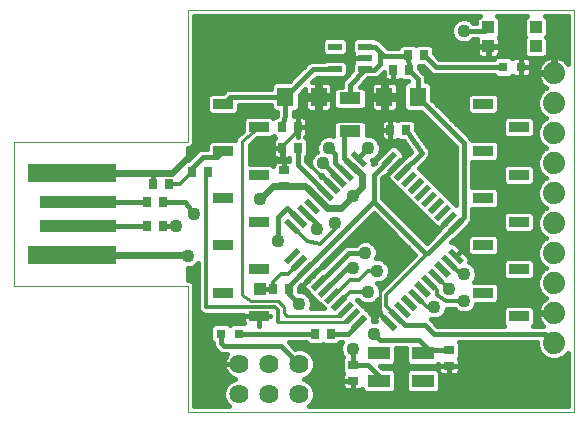
<source format=gtl>
G75*
G70*
%OFA0B0*%
%FSLAX24Y24*%
%IPPOS*%
%LPD*%
%AMOC8*
5,1,8,0,0,1.08239X$1,22.5*
%
%ADD10C,0.0000*%
%ADD11R,0.0276X0.0354*%
%ADD12R,0.0551X0.0630*%
%ADD13R,0.0315X0.0315*%
%ADD14R,0.0591X0.0197*%
%ADD15R,0.0197X0.0591*%
%ADD16R,0.0748X0.0433*%
%ADD17R,0.0354X0.0276*%
%ADD18R,0.0709X0.0394*%
%ADD19R,0.0472X0.0217*%
%ADD20R,0.2953X0.0591*%
%ADD21R,0.2559X0.0394*%
%ADD22R,0.0669X0.0335*%
%ADD23C,0.0740*%
%ADD24R,0.0394X0.0394*%
%ADD25C,0.0640*%
%ADD26C,0.0240*%
%ADD27C,0.0160*%
%ADD28C,0.0436*%
%ADD29C,0.0120*%
%ADD30C,0.0100*%
%ADD31R,0.0436X0.0436*%
D10*
X005900Y000400D02*
X005900Y004600D01*
X000100Y004600D01*
X000100Y009400D01*
X005900Y009400D01*
X005900Y013796D01*
X018770Y013796D01*
X018770Y000400D01*
X005900Y000400D01*
D11*
X010144Y003000D03*
X010656Y003000D03*
X009256Y004500D03*
X008744Y004500D03*
X005056Y006600D03*
X004544Y006600D03*
X004544Y007400D03*
X005056Y007400D03*
X005256Y008000D03*
X004744Y008000D03*
X006044Y008400D03*
X006556Y008400D03*
X009044Y009200D03*
X009556Y009200D03*
X009556Y009900D03*
X009044Y009900D03*
X012644Y009800D03*
X013156Y009800D03*
X013256Y011800D03*
X013244Y012300D03*
X013756Y012300D03*
X012744Y011800D03*
D12*
X012449Y010900D03*
X013551Y010900D03*
X010251Y010900D03*
X009149Y010900D03*
D13*
X016405Y011900D03*
X016995Y011900D03*
X007595Y003000D03*
X007005Y003000D03*
D14*
G36*
X009510Y006319D02*
X009093Y006734D01*
X009232Y006873D01*
X009649Y006458D01*
X009510Y006319D01*
G37*
G36*
X009732Y006542D02*
X009315Y006957D01*
X009454Y007096D01*
X009871Y006681D01*
X009732Y006542D01*
G37*
G36*
X009955Y006766D02*
X009538Y007181D01*
X009677Y007320D01*
X010094Y006905D01*
X009955Y006766D01*
G37*
G36*
X010177Y006989D02*
X009760Y007404D01*
X009899Y007543D01*
X010316Y007128D01*
X010177Y006989D01*
G37*
G36*
X010399Y007212D02*
X009982Y007627D01*
X010121Y007766D01*
X010538Y007351D01*
X010399Y007212D01*
G37*
G36*
X010622Y007435D02*
X010205Y007850D01*
X010344Y007989D01*
X010761Y007574D01*
X010622Y007435D01*
G37*
G36*
X010844Y007658D02*
X010427Y008073D01*
X010566Y008212D01*
X010983Y007797D01*
X010844Y007658D01*
G37*
G36*
X011066Y007881D02*
X010649Y008296D01*
X010788Y008435D01*
X011205Y008020D01*
X011066Y007881D01*
G37*
G36*
X011288Y008104D02*
X010871Y008519D01*
X011010Y008658D01*
X011427Y008243D01*
X011288Y008104D01*
G37*
G36*
X011511Y008327D02*
X011094Y008742D01*
X011233Y008881D01*
X011650Y008466D01*
X011511Y008327D01*
G37*
G36*
X011733Y008550D02*
X011316Y008965D01*
X011455Y009104D01*
X011872Y008689D01*
X011733Y008550D01*
G37*
G36*
X014968Y005327D02*
X014551Y005742D01*
X014690Y005881D01*
X015107Y005466D01*
X014968Y005327D01*
G37*
G36*
X014746Y005104D02*
X014329Y005519D01*
X014468Y005658D01*
X014885Y005243D01*
X014746Y005104D01*
G37*
G36*
X014523Y004880D02*
X014106Y005295D01*
X014245Y005434D01*
X014662Y005019D01*
X014523Y004880D01*
G37*
G36*
X014301Y004657D02*
X013884Y005072D01*
X014023Y005211D01*
X014440Y004796D01*
X014301Y004657D01*
G37*
G36*
X014079Y004434D02*
X013662Y004849D01*
X013801Y004988D01*
X014218Y004573D01*
X014079Y004434D01*
G37*
G36*
X013856Y004211D02*
X013439Y004626D01*
X013578Y004765D01*
X013995Y004350D01*
X013856Y004211D01*
G37*
G36*
X013634Y003988D02*
X013217Y004403D01*
X013356Y004542D01*
X013773Y004127D01*
X013634Y003988D01*
G37*
G36*
X013412Y003765D02*
X012995Y004180D01*
X013134Y004319D01*
X013551Y003904D01*
X013412Y003765D01*
G37*
G36*
X013190Y003542D02*
X012773Y003957D01*
X012912Y004096D01*
X013329Y003681D01*
X013190Y003542D01*
G37*
G36*
X012967Y003319D02*
X012550Y003734D01*
X012689Y003873D01*
X013106Y003458D01*
X012967Y003319D01*
G37*
G36*
X012745Y003096D02*
X012328Y003511D01*
X012467Y003650D01*
X012884Y003235D01*
X012745Y003096D01*
G37*
D15*
G36*
X011466Y003093D02*
X011327Y003232D01*
X011742Y003649D01*
X011881Y003510D01*
X011466Y003093D01*
G37*
G36*
X011243Y003315D02*
X011104Y003454D01*
X011519Y003871D01*
X011658Y003732D01*
X011243Y003315D01*
G37*
G36*
X011019Y003538D02*
X010880Y003677D01*
X011295Y004094D01*
X011434Y003955D01*
X011019Y003538D01*
G37*
G36*
X010796Y003760D02*
X010657Y003899D01*
X011072Y004316D01*
X011211Y004177D01*
X010796Y003760D01*
G37*
G36*
X010573Y003982D02*
X010434Y004121D01*
X010849Y004538D01*
X010988Y004399D01*
X010573Y003982D01*
G37*
G36*
X010350Y004205D02*
X010211Y004344D01*
X010626Y004761D01*
X010765Y004622D01*
X010350Y004205D01*
G37*
G36*
X010127Y004427D02*
X009988Y004566D01*
X010403Y004983D01*
X010542Y004844D01*
X010127Y004427D01*
G37*
G36*
X009904Y004649D02*
X009765Y004788D01*
X010180Y005205D01*
X010319Y005066D01*
X009904Y004649D01*
G37*
G36*
X009681Y004871D02*
X009542Y005010D01*
X009957Y005427D01*
X010096Y005288D01*
X009681Y004871D01*
G37*
G36*
X009458Y005094D02*
X009319Y005233D01*
X009734Y005650D01*
X009873Y005511D01*
X009458Y005094D01*
G37*
G36*
X009235Y005316D02*
X009096Y005455D01*
X009511Y005872D01*
X009650Y005733D01*
X009235Y005316D01*
G37*
G36*
X012905Y008106D02*
X012766Y008245D01*
X013181Y008662D01*
X013320Y008523D01*
X012905Y008106D01*
G37*
G36*
X013128Y007884D02*
X012989Y008023D01*
X013404Y008440D01*
X013543Y008301D01*
X013128Y007884D01*
G37*
G36*
X013351Y007662D02*
X013212Y007801D01*
X013627Y008218D01*
X013766Y008079D01*
X013351Y007662D01*
G37*
G36*
X013574Y007439D02*
X013435Y007578D01*
X013850Y007995D01*
X013989Y007856D01*
X013574Y007439D01*
G37*
G36*
X013797Y007217D02*
X013658Y007356D01*
X014073Y007773D01*
X014212Y007634D01*
X013797Y007217D01*
G37*
G36*
X014020Y006995D02*
X013881Y007134D01*
X014296Y007551D01*
X014435Y007412D01*
X014020Y006995D01*
G37*
G36*
X014243Y006773D02*
X014104Y006912D01*
X014519Y007329D01*
X014658Y007190D01*
X014243Y006773D01*
G37*
G36*
X014466Y006550D02*
X014327Y006689D01*
X014742Y007106D01*
X014881Y006967D01*
X014466Y006550D01*
G37*
G36*
X014689Y006328D02*
X014550Y006467D01*
X014965Y006884D01*
X015104Y006745D01*
X014689Y006328D01*
G37*
G36*
X012681Y008329D02*
X012542Y008468D01*
X012957Y008885D01*
X013096Y008746D01*
X012681Y008329D01*
G37*
G36*
X012458Y008551D02*
X012319Y008690D01*
X012734Y009107D01*
X012873Y008968D01*
X012458Y008551D01*
G37*
D16*
X012272Y002353D03*
X012272Y001447D03*
X013728Y001447D03*
X013728Y002353D03*
D17*
X014600Y002456D03*
X014600Y001944D03*
X011400Y001956D03*
X011400Y001444D03*
X009100Y007944D03*
X009100Y008456D03*
D18*
X011300Y009749D03*
X011300Y010851D03*
D19*
X010788Y011826D03*
X010788Y012574D03*
X011812Y012574D03*
X011812Y012200D03*
X011812Y011826D03*
D20*
X002021Y008378D03*
X002021Y005622D03*
D21*
X002218Y006606D03*
X002218Y007394D03*
D22*
X007079Y007524D03*
X008260Y006737D03*
X007079Y005950D03*
X008260Y005162D03*
X007079Y004375D03*
X008260Y003587D03*
X008260Y008312D03*
X007079Y009099D03*
X008260Y009887D03*
X007079Y010674D03*
X015740Y010674D03*
X016921Y009887D03*
X015740Y009099D03*
X016921Y008312D03*
X015740Y007524D03*
X016921Y006737D03*
X015740Y005950D03*
X016921Y005162D03*
X015740Y004375D03*
X016921Y003587D03*
D23*
X018100Y003700D03*
X018100Y002700D03*
X018100Y004700D03*
X018100Y005700D03*
X018100Y006700D03*
X018100Y007700D03*
X018100Y008700D03*
X018100Y009700D03*
X018100Y010700D03*
X018100Y011700D03*
D24*
X017487Y012585D03*
X017487Y013215D03*
X015913Y013215D03*
X015913Y012585D03*
D25*
X009600Y002000D03*
X008600Y002000D03*
X007600Y002000D03*
X007600Y001000D03*
X008600Y001000D03*
X009600Y001000D03*
D26*
X005900Y005600D02*
X005822Y005622D01*
X002021Y005622D01*
X002021Y008378D02*
X004800Y008378D01*
X005378Y008378D01*
X007100Y010100D01*
X008744Y007944D02*
X009100Y007944D01*
X009805Y007944D01*
X010260Y007489D01*
X010549Y007200D01*
X011000Y007200D01*
X011400Y007600D01*
X011700Y007900D01*
X011700Y008300D01*
X011396Y008604D01*
X011372Y008604D01*
X008744Y007944D02*
X008300Y007500D01*
D27*
X008900Y006900D02*
X008900Y006100D01*
X009581Y006819D02*
X009200Y007200D01*
X008900Y006900D01*
X009581Y006819D02*
X009593Y006819D01*
X009816Y007043D02*
X010200Y006658D01*
X010200Y006500D01*
X010951Y005886D02*
X011050Y005886D01*
X011023Y005859D02*
X011102Y005937D01*
X011205Y005980D01*
X011489Y005980D01*
X011563Y006054D01*
X011717Y006118D01*
X011883Y006118D01*
X012037Y006054D01*
X012154Y005937D01*
X012218Y005783D01*
X012218Y005617D01*
X012177Y005518D01*
X012283Y005518D01*
X012437Y005454D01*
X012554Y005337D01*
X012618Y005183D01*
X012618Y005017D01*
X012554Y004863D01*
X012437Y004746D01*
X012283Y004682D01*
X012209Y004682D01*
X012254Y004637D01*
X012317Y004485D01*
X013468Y005636D01*
X012085Y007019D01*
X010353Y005288D01*
X010377Y005264D01*
X010042Y004927D01*
X009706Y004591D01*
X010042Y004927D01*
X010042Y004927D01*
X010042Y004927D01*
X010377Y005264D01*
X010403Y005239D01*
X011023Y005859D01*
X010892Y005728D02*
X010793Y005728D01*
X010733Y005569D02*
X010634Y005569D01*
X010575Y005411D02*
X010476Y005411D01*
X010416Y005252D02*
X010389Y005252D01*
X010366Y005252D02*
X010366Y005252D01*
X010208Y005094D02*
X010208Y005094D01*
X010050Y004935D02*
X010050Y004935D01*
X009892Y004777D02*
X009892Y004777D01*
X009734Y004618D02*
X009734Y004618D01*
X009706Y004591D02*
X009681Y004616D01*
X009594Y004528D01*
X009594Y004418D01*
X009683Y004418D01*
X009837Y004354D01*
X009954Y004237D01*
X010018Y004083D01*
X010018Y003917D01*
X009990Y003850D01*
X010421Y003850D01*
X010233Y004037D01*
X010233Y004037D01*
X010010Y004260D01*
X010010Y004260D01*
X009787Y004482D01*
X009787Y004510D01*
X009706Y004591D01*
X009810Y004460D02*
X009594Y004460D01*
X009256Y004500D02*
X009256Y004344D01*
X009600Y004000D01*
X009890Y004301D02*
X009969Y004301D01*
X009994Y004143D02*
X010128Y004143D01*
X010018Y003984D02*
X010287Y003984D01*
X010488Y004483D02*
X010488Y004488D01*
X011200Y005200D01*
X011400Y005200D01*
X011260Y005700D02*
X011800Y005700D01*
X012218Y005728D02*
X013376Y005728D01*
X013401Y005569D02*
X012198Y005569D01*
X012481Y005411D02*
X013243Y005411D01*
X013084Y005252D02*
X012590Y005252D01*
X012618Y005094D02*
X012926Y005094D01*
X012767Y004935D02*
X012584Y004935D01*
X012609Y004777D02*
X012468Y004777D01*
X012450Y004618D02*
X012262Y004618D01*
X012240Y004149D02*
X012240Y003872D01*
X012280Y003777D01*
X012309Y003748D01*
X012269Y003708D01*
X012183Y003622D01*
X012159Y003581D01*
X012147Y003535D01*
X012147Y003487D01*
X012160Y003442D01*
X012173Y003418D01*
X012072Y003418D01*
X012082Y003428D01*
X012082Y003594D01*
X011859Y003816D01*
X011635Y004038D01*
X011635Y004038D01*
X011534Y004140D01*
X011569Y004140D01*
X011663Y004046D01*
X011817Y003982D01*
X011983Y003982D01*
X012137Y004046D01*
X012240Y004149D01*
X012240Y004143D02*
X012234Y004143D01*
X012240Y003984D02*
X011988Y003984D01*
X011812Y003984D02*
X011690Y003984D01*
X011849Y003826D02*
X012259Y003826D01*
X012269Y003708D02*
X012606Y003373D01*
X012606Y003373D01*
X012269Y003708D01*
X012228Y003667D02*
X012008Y003667D01*
X012082Y003509D02*
X012147Y003509D01*
X012310Y003667D02*
X012310Y003667D01*
X012470Y003509D02*
X012470Y003509D01*
X012828Y003596D02*
X013124Y003300D01*
X013800Y003300D01*
X014100Y003000D01*
X017800Y003000D01*
X018100Y002700D01*
X017530Y002716D02*
X014938Y002716D01*
X014934Y002720D02*
X014977Y002677D01*
X014977Y002235D01*
X014926Y002184D01*
X014945Y002151D01*
X014957Y002106D01*
X014957Y001944D01*
X014600Y001944D01*
X014600Y001626D01*
X014801Y001626D01*
X014847Y001639D01*
X014888Y001662D01*
X014921Y001696D01*
X014945Y001737D01*
X014957Y001783D01*
X014957Y001944D01*
X014600Y001944D01*
X014600Y001944D01*
X014600Y001626D01*
X014399Y001626D01*
X014353Y001639D01*
X014312Y001662D01*
X014302Y001672D01*
X014302Y001148D01*
X014185Y001031D01*
X013271Y001031D01*
X013154Y001148D01*
X013154Y001747D01*
X013271Y001864D01*
X014185Y001864D01*
X014243Y001806D01*
X014243Y001944D01*
X014600Y001944D01*
X014600Y001944D01*
X014600Y001944D01*
X014243Y001944D01*
X014243Y001994D01*
X014185Y001936D01*
X013271Y001936D01*
X013154Y002053D01*
X013154Y002520D01*
X012846Y002520D01*
X012846Y002053D01*
X012729Y001936D01*
X012316Y001936D01*
X012388Y001864D01*
X012729Y001864D01*
X012846Y001747D01*
X012846Y001148D01*
X012729Y001031D01*
X011815Y001031D01*
X011698Y001148D01*
X011698Y001172D01*
X011688Y001162D01*
X011647Y001139D01*
X011601Y001126D01*
X011400Y001126D01*
X011400Y001444D01*
X011400Y001126D01*
X011199Y001126D01*
X011153Y001139D01*
X011112Y001162D01*
X011079Y001196D01*
X011055Y001237D01*
X011043Y001283D01*
X011043Y001444D01*
X011400Y001444D01*
X011400Y001444D01*
X011400Y001444D01*
X011043Y001444D01*
X011043Y001606D01*
X011055Y001651D01*
X011074Y001684D01*
X011023Y001735D01*
X011023Y002177D01*
X011077Y002231D01*
X011046Y002263D01*
X010982Y002417D01*
X010982Y002583D01*
X011039Y002720D01*
X010974Y002720D01*
X010877Y002623D01*
X010435Y002623D01*
X010400Y002658D01*
X010365Y002623D01*
X009923Y002623D01*
X009826Y002720D01*
X009276Y002720D01*
X009482Y002514D01*
X009497Y002520D01*
X009703Y002520D01*
X009895Y002441D01*
X010041Y002295D01*
X010120Y002103D01*
X010120Y001897D01*
X010041Y001705D01*
X009895Y001559D01*
X009752Y001500D01*
X009895Y001441D01*
X010041Y001295D01*
X010120Y001103D01*
X010120Y000897D01*
X010041Y000705D01*
X009935Y000600D01*
X018570Y000600D01*
X018570Y002364D01*
X018423Y002217D01*
X018213Y002130D01*
X017987Y002130D01*
X017777Y002217D01*
X017617Y002377D01*
X017530Y002587D01*
X017530Y002720D01*
X014934Y002720D01*
X014977Y002558D02*
X017542Y002558D01*
X017608Y002399D02*
X014977Y002399D01*
X014977Y002241D02*
X017753Y002241D01*
X018447Y002241D02*
X018570Y002241D01*
X018570Y002082D02*
X014957Y002082D01*
X014957Y001924D02*
X018570Y001924D01*
X018570Y001765D02*
X014952Y001765D01*
X014600Y001765D02*
X014600Y001765D01*
X014600Y001924D02*
X014600Y001924D01*
X014243Y001924D02*
X012328Y001924D01*
X012272Y001584D02*
X011900Y001956D01*
X011400Y001956D01*
X011400Y002500D01*
X011068Y002241D02*
X010063Y002241D01*
X009936Y002399D02*
X010989Y002399D01*
X010982Y002558D02*
X009438Y002558D01*
X009280Y002716D02*
X009830Y002716D01*
X010144Y003000D02*
X007595Y003000D01*
X007300Y003303D02*
X007245Y003357D01*
X006764Y003357D01*
X006647Y003240D01*
X006647Y002760D01*
X006725Y002682D01*
X006725Y002640D01*
X006767Y002537D01*
X006863Y002441D01*
X006941Y002363D01*
X007044Y002320D01*
X007214Y002320D01*
X007172Y002262D01*
X007137Y002192D01*
X007112Y002117D01*
X007100Y002039D01*
X007100Y002009D01*
X007591Y002009D01*
X007591Y001991D01*
X007100Y001991D01*
X007100Y001961D01*
X007112Y001883D01*
X007137Y001808D01*
X007172Y001738D01*
X007219Y001674D01*
X007274Y001619D01*
X007338Y001572D01*
X007408Y001537D01*
X007480Y001513D01*
X007305Y001441D01*
X007159Y001295D01*
X007080Y001103D01*
X007080Y000897D01*
X007159Y000705D01*
X007265Y000600D01*
X006100Y000600D01*
X006100Y004683D01*
X005983Y004800D01*
X005900Y004800D01*
X005900Y005182D01*
X005983Y005182D01*
X006137Y005246D01*
X006240Y005349D01*
X006240Y003848D01*
X006280Y003753D01*
X006353Y003680D01*
X006448Y003640D01*
X006552Y003640D01*
X007745Y003640D01*
X007745Y003591D01*
X008256Y003591D01*
X008256Y003584D01*
X007745Y003584D01*
X007745Y003396D01*
X007756Y003357D01*
X007355Y003357D01*
X007300Y003303D01*
X007253Y003350D02*
X007347Y003350D01*
X007745Y003509D02*
X006100Y003509D01*
X006100Y003667D02*
X006383Y003667D01*
X006249Y003826D02*
X006100Y003826D01*
X006100Y003984D02*
X006240Y003984D01*
X006240Y004143D02*
X006100Y004143D01*
X006100Y004301D02*
X006240Y004301D01*
X006240Y004460D02*
X006100Y004460D01*
X006100Y004618D02*
X006240Y004618D01*
X006240Y004777D02*
X006006Y004777D01*
X005900Y004935D02*
X006240Y004935D01*
X006240Y005094D02*
X005900Y005094D01*
X006143Y005252D02*
X006240Y005252D01*
X005500Y006600D02*
X005056Y006600D01*
X004544Y006600D02*
X002224Y006600D01*
X002224Y007400D02*
X004544Y007400D01*
X005056Y007400D02*
X005800Y007400D01*
X006100Y007000D01*
X004744Y008000D02*
X004744Y008322D01*
X004800Y008378D01*
X005900Y008796D02*
X005900Y009200D01*
X005983Y009200D01*
X006100Y009317D01*
X006100Y013596D01*
X015617Y013596D01*
X015516Y013495D01*
X015516Y013380D01*
X015411Y013380D01*
X015337Y013454D01*
X015183Y013518D01*
X015017Y013518D01*
X014863Y013454D01*
X014746Y013337D01*
X014682Y013183D01*
X014682Y013017D01*
X014746Y012863D01*
X014863Y012746D01*
X015017Y012682D01*
X015183Y012682D01*
X015337Y012746D01*
X015411Y012820D01*
X015540Y012820D01*
X015536Y012806D01*
X015536Y012603D01*
X015894Y012603D01*
X015894Y012567D01*
X015536Y012567D01*
X015536Y012364D01*
X015548Y012319D01*
X015572Y012278D01*
X015605Y012244D01*
X015646Y012220D01*
X015692Y012208D01*
X015894Y012208D01*
X015894Y012567D01*
X015931Y012567D01*
X015931Y012603D01*
X016289Y012603D01*
X016289Y012806D01*
X016277Y012851D01*
X016258Y012884D01*
X016309Y012935D01*
X016309Y013495D01*
X016208Y013596D01*
X017192Y013596D01*
X017091Y013495D01*
X017091Y012935D01*
X017126Y012900D01*
X017091Y012865D01*
X017091Y012305D01*
X017158Y012237D01*
X016995Y012237D01*
X016814Y012237D01*
X016768Y012225D01*
X016727Y012202D01*
X016714Y012188D01*
X016645Y012257D01*
X016233Y012257D01*
X016253Y012278D01*
X016277Y012319D01*
X016289Y012364D01*
X016289Y012567D01*
X015931Y012567D01*
X015931Y012208D01*
X016115Y012208D01*
X016087Y012180D01*
X014272Y012180D01*
X014094Y012358D01*
X014094Y012560D01*
X013977Y012677D01*
X013535Y012677D01*
X013500Y012642D01*
X013465Y012677D01*
X013023Y012677D01*
X012906Y012560D01*
X012906Y012533D01*
X012563Y012533D01*
X012459Y012637D01*
X012285Y012811D01*
X012182Y012854D01*
X012159Y012854D01*
X012131Y012882D01*
X011493Y012882D01*
X011376Y012765D01*
X011376Y012383D01*
X011402Y012356D01*
X011396Y012332D01*
X011396Y012200D01*
X011396Y012068D01*
X011402Y012044D01*
X011376Y012017D01*
X011376Y011786D01*
X011063Y011473D01*
X011020Y011370D01*
X011020Y011248D01*
X010863Y011248D01*
X010746Y011131D01*
X010746Y010571D01*
X010863Y010454D01*
X011737Y010454D01*
X011854Y010571D01*
X011854Y011131D01*
X011737Y011248D01*
X011630Y011248D01*
X011900Y011518D01*
X012131Y011518D01*
X012133Y011520D01*
X012156Y011520D01*
X012259Y011563D01*
X012337Y011641D01*
X012426Y011730D01*
X012426Y011599D01*
X012439Y011553D01*
X012462Y011512D01*
X012496Y011479D01*
X012537Y011455D01*
X012583Y011443D01*
X012744Y011443D01*
X012744Y011800D01*
X012744Y011800D01*
X012744Y011443D01*
X012906Y011443D01*
X012951Y011455D01*
X012984Y011474D01*
X013035Y011423D01*
X013237Y011423D01*
X013245Y011415D01*
X013193Y011415D01*
X013076Y011298D01*
X013076Y010502D01*
X013193Y010385D01*
X013670Y010385D01*
X014820Y009235D01*
X014820Y007312D01*
X014636Y007496D01*
X014413Y007718D01*
X014190Y007940D01*
X014190Y007940D01*
X013967Y008163D01*
X013744Y008385D01*
X013591Y008537D01*
X013884Y008830D01*
X013911Y008850D01*
X013923Y008869D01*
X013940Y008885D01*
X013952Y008916D01*
X013970Y008945D01*
X013973Y008967D01*
X013982Y008988D01*
X013982Y009022D01*
X013987Y009055D01*
X013982Y009077D01*
X013982Y009100D01*
X013969Y009131D01*
X013962Y009163D01*
X013948Y009182D01*
X013940Y009203D01*
X013916Y009226D01*
X013494Y009811D01*
X013494Y010060D01*
X013377Y010177D01*
X012935Y010177D01*
X012884Y010126D01*
X012851Y010145D01*
X012806Y010157D01*
X012644Y010157D01*
X012483Y010157D01*
X012437Y010145D01*
X012396Y010121D01*
X012362Y010088D01*
X012339Y010047D01*
X012326Y010001D01*
X012326Y009800D01*
X012326Y009599D01*
X012339Y009553D01*
X012362Y009512D01*
X012396Y009479D01*
X012437Y009455D01*
X012483Y009443D01*
X012644Y009443D01*
X012644Y009800D01*
X012326Y009800D01*
X012644Y009800D01*
X012644Y009800D01*
X012644Y009800D01*
X012644Y010157D01*
X012644Y009800D01*
X012644Y009800D01*
X012644Y009443D01*
X012806Y009443D01*
X012851Y009455D01*
X012884Y009474D01*
X012935Y009423D01*
X013083Y009423D01*
X013336Y009073D01*
X013180Y008918D01*
X013155Y008943D01*
X012819Y008607D01*
X012819Y008607D01*
X012484Y008270D01*
X012564Y008190D01*
X012565Y008162D01*
X012788Y007939D01*
X013011Y007717D01*
X013011Y007717D01*
X013234Y007495D01*
X013234Y007495D01*
X013457Y007272D01*
X013680Y007050D01*
X013680Y007050D01*
X013903Y006828D01*
X013903Y006828D01*
X014160Y006572D01*
X014188Y006572D01*
X014269Y006492D01*
X014604Y006828D01*
X014604Y006828D01*
X014269Y006492D01*
X014282Y006478D01*
X013850Y006046D01*
X012380Y007516D01*
X012380Y008184D01*
X012475Y008279D01*
X012484Y008270D01*
X012819Y008607D01*
X013155Y008943D01*
X013074Y009024D01*
X013074Y009052D01*
X012818Y009308D01*
X012652Y009308D01*
X012118Y008772D01*
X012118Y008714D01*
X012073Y008669D01*
X012073Y008772D01*
X012039Y008805D01*
X012137Y008846D01*
X012254Y008963D01*
X012318Y009117D01*
X012318Y009283D01*
X012254Y009437D01*
X012137Y009554D01*
X011983Y009618D01*
X011854Y009618D01*
X011854Y010029D01*
X011737Y010146D01*
X010863Y010146D01*
X010746Y010029D01*
X010746Y009592D01*
X010683Y009618D01*
X010517Y009618D01*
X010363Y009554D01*
X010246Y009437D01*
X010182Y009283D01*
X010182Y009117D01*
X010201Y009070D01*
X010163Y009054D01*
X010046Y008937D01*
X009982Y008783D01*
X009982Y008617D01*
X009988Y008603D01*
X009836Y008754D01*
X009836Y008882D01*
X009894Y008940D01*
X009894Y009460D01*
X009786Y009568D01*
X009804Y009579D01*
X009838Y009612D01*
X009861Y009653D01*
X009874Y009699D01*
X009874Y009900D01*
X009874Y010101D01*
X009861Y010147D01*
X009838Y010188D01*
X009804Y010221D01*
X009763Y010245D01*
X009717Y010257D01*
X009556Y010257D01*
X009556Y009900D01*
X009874Y009900D01*
X009556Y009900D01*
X009556Y009900D01*
X009556Y009577D01*
X009556Y009577D01*
X009556Y009900D01*
X009556Y009900D01*
X009556Y009900D01*
X009556Y010257D01*
X009429Y010257D01*
X009429Y010259D01*
X009434Y010277D01*
X009429Y010314D01*
X009429Y010385D01*
X009507Y010385D01*
X009624Y010502D01*
X009624Y010980D01*
X009796Y011151D01*
X009796Y010958D01*
X009624Y010958D01*
X009624Y010800D02*
X009796Y010800D01*
X009796Y010842D02*
X009796Y010561D01*
X009808Y010516D01*
X009832Y010475D01*
X009865Y010441D01*
X009906Y010417D01*
X009952Y010405D01*
X010193Y010405D01*
X010193Y010842D01*
X009796Y010842D01*
X009796Y010958D02*
X010193Y010958D01*
X010309Y010958D01*
X010193Y010958D01*
X010193Y010842D01*
X010309Y010842D01*
X010309Y010405D01*
X010550Y010405D01*
X010596Y010417D01*
X010637Y010441D01*
X010671Y010475D01*
X010695Y010516D01*
X010707Y010561D01*
X010707Y010842D01*
X010309Y010842D01*
X010309Y010958D01*
X010309Y011395D01*
X010550Y011395D01*
X010596Y011383D01*
X010637Y011359D01*
X010671Y011325D01*
X010695Y011284D01*
X010707Y011239D01*
X010707Y010958D01*
X010746Y010958D01*
X010707Y010958D02*
X010309Y010958D01*
X010193Y010958D02*
X010193Y011395D01*
X010040Y011395D01*
X010191Y011546D01*
X010441Y011546D01*
X010469Y011518D01*
X011107Y011518D01*
X011224Y011635D01*
X011224Y012017D01*
X011107Y012134D01*
X010469Y012134D01*
X010441Y012106D01*
X010019Y012106D01*
X009916Y012063D01*
X009268Y011415D01*
X008790Y011415D01*
X008673Y011298D01*
X008673Y011180D01*
X007249Y011180D01*
X007146Y011137D01*
X007050Y011041D01*
X006661Y011041D01*
X006544Y010924D01*
X006544Y010424D01*
X006661Y010307D01*
X007496Y010307D01*
X007613Y010424D01*
X007613Y010620D01*
X008673Y010620D01*
X008673Y010502D01*
X008790Y010385D01*
X008869Y010385D01*
X008869Y010332D01*
X008854Y010277D01*
X008823Y010277D01*
X008739Y010192D01*
X008677Y010254D01*
X007842Y010254D01*
X007725Y010137D01*
X007725Y009771D01*
X007570Y009644D01*
X007558Y009639D01*
X007532Y009612D01*
X007503Y009588D01*
X007497Y009577D01*
X007488Y009568D01*
X007474Y009534D01*
X007456Y009501D01*
X007455Y009488D01*
X007450Y009476D01*
X007450Y009467D01*
X006661Y009467D01*
X006544Y009349D01*
X006544Y009180D01*
X006344Y009180D01*
X006241Y009137D01*
X005900Y008796D01*
X005900Y008898D02*
X006002Y008898D01*
X005900Y009056D02*
X006160Y009056D01*
X005997Y009215D02*
X006544Y009215D01*
X006568Y009373D02*
X006100Y009373D01*
X006100Y009532D02*
X007473Y009532D01*
X007627Y009690D02*
X006100Y009690D01*
X006100Y009849D02*
X007725Y009849D01*
X007725Y010007D02*
X006100Y010007D01*
X006100Y010166D02*
X007754Y010166D01*
X007514Y010324D02*
X008867Y010324D01*
X008693Y010483D02*
X007613Y010483D01*
X007305Y010900D02*
X007079Y010674D01*
X007305Y010900D02*
X009149Y010900D01*
X010075Y011826D01*
X010788Y011826D01*
X011174Y012068D02*
X011396Y012068D01*
X011396Y012200D02*
X011812Y012200D01*
X011812Y012200D01*
X011396Y012200D01*
X011396Y012226D02*
X006100Y012226D01*
X006100Y012068D02*
X009926Y012068D01*
X009762Y011909D02*
X006100Y011909D01*
X006100Y011751D02*
X009603Y011751D01*
X009445Y011592D02*
X006100Y011592D01*
X006100Y011434D02*
X009286Y011434D01*
X009761Y011117D02*
X009796Y011117D01*
X010193Y011117D02*
X010309Y011117D01*
X010309Y011275D02*
X010193Y011275D01*
X010078Y011434D02*
X011046Y011434D01*
X011020Y011275D02*
X010697Y011275D01*
X010707Y011117D02*
X010746Y011117D01*
X010746Y010800D02*
X010707Y010800D01*
X010707Y010641D02*
X010746Y010641D01*
X010675Y010483D02*
X010835Y010483D01*
X010746Y010007D02*
X009874Y010007D01*
X009874Y009849D02*
X010746Y009849D01*
X010746Y009690D02*
X009871Y009690D01*
X009822Y009532D02*
X010340Y009532D01*
X010219Y009373D02*
X009894Y009373D01*
X009894Y009215D02*
X010182Y009215D01*
X010167Y009056D02*
X009894Y009056D01*
X009851Y008898D02*
X010029Y008898D01*
X009982Y008739D02*
X009851Y008739D01*
X009556Y008638D02*
X010483Y007712D01*
X010705Y007935D02*
X010368Y008270D01*
X010344Y008246D01*
X010303Y008288D01*
X010317Y008282D01*
X010380Y008282D01*
X010368Y008270D01*
X010705Y007935D01*
X010705Y007935D01*
X010693Y007947D02*
X010693Y007947D01*
X010534Y008105D02*
X010534Y008105D01*
X010375Y008264D02*
X010375Y008264D01*
X010361Y008264D02*
X010327Y008264D01*
X010400Y008700D02*
X010927Y008173D01*
X010927Y008158D01*
X011119Y008381D02*
X011149Y008381D01*
X011119Y008381D02*
X010800Y008700D01*
X010800Y009000D01*
X010600Y009200D01*
X011100Y008876D02*
X011100Y009700D01*
X011149Y009749D01*
X011300Y009749D01*
X011854Y009690D02*
X012326Y009690D01*
X012326Y009849D02*
X011854Y009849D01*
X011854Y010007D02*
X012328Y010007D01*
X012644Y010007D02*
X012644Y010007D01*
X012644Y009849D02*
X012644Y009849D01*
X012644Y009690D02*
X012644Y009690D01*
X012644Y009532D02*
X012644Y009532D01*
X012351Y009532D02*
X012160Y009532D01*
X012281Y009373D02*
X013119Y009373D01*
X013234Y009215D02*
X012911Y009215D01*
X013070Y009056D02*
X013318Y009056D01*
X013109Y008898D02*
X013109Y008898D01*
X012951Y008739D02*
X012951Y008739D01*
X012819Y008607D02*
X012819Y008607D01*
X012793Y008581D02*
X012793Y008581D01*
X012635Y008422D02*
X012635Y008422D01*
X012491Y008264D02*
X012460Y008264D01*
X012380Y008105D02*
X012621Y008105D01*
X012780Y007947D02*
X012380Y007947D01*
X012380Y007788D02*
X012939Y007788D01*
X012788Y007939D02*
X012788Y007939D01*
X013098Y007630D02*
X012380Y007630D01*
X012425Y007471D02*
X013257Y007471D01*
X013417Y007313D02*
X012583Y007313D01*
X012742Y007154D02*
X013576Y007154D01*
X013457Y007272D02*
X013457Y007272D01*
X013735Y006996D02*
X012900Y006996D01*
X013059Y006837D02*
X013894Y006837D01*
X014053Y006679D02*
X013217Y006679D01*
X013376Y006520D02*
X014240Y006520D01*
X014297Y006520D02*
X014297Y006520D01*
X014166Y006362D02*
X013534Y006362D01*
X013693Y006203D02*
X014007Y006203D01*
X014455Y006679D02*
X014455Y006679D01*
X014806Y006606D02*
X014827Y006606D01*
X014827Y006627D01*
X015100Y006900D01*
X015100Y009351D01*
X013551Y010900D01*
X013551Y011505D01*
X013256Y011800D01*
X013244Y012300D01*
X013197Y012253D01*
X012447Y012253D01*
X012300Y012400D01*
X012300Y012000D01*
X012100Y011800D01*
X011838Y011800D01*
X011812Y011826D01*
X011300Y011314D01*
X011300Y010851D01*
X011657Y011275D02*
X012003Y011275D01*
X012005Y011284D02*
X011993Y011239D01*
X011993Y010958D01*
X011854Y010958D01*
X011993Y010958D02*
X012391Y010958D01*
X012507Y010958D01*
X012904Y010958D01*
X013076Y010958D01*
X013076Y010800D02*
X012904Y010800D01*
X012904Y010842D02*
X012507Y010842D01*
X012507Y010958D01*
X012391Y010958D01*
X012391Y011395D01*
X012150Y011395D01*
X012104Y011383D01*
X012063Y011359D01*
X012029Y011325D01*
X012005Y011284D01*
X011993Y011117D02*
X011854Y011117D01*
X011993Y010842D02*
X011993Y010561D01*
X012005Y010516D01*
X012029Y010475D01*
X012063Y010441D01*
X012104Y010417D01*
X012150Y010405D01*
X012391Y010405D01*
X012391Y010842D01*
X012507Y010842D01*
X012507Y010405D01*
X012748Y010405D01*
X012794Y010417D01*
X012835Y010441D01*
X012868Y010475D01*
X012892Y010516D01*
X012904Y010561D01*
X012904Y010842D01*
X012904Y010958D02*
X012904Y011239D01*
X012892Y011284D01*
X012868Y011325D01*
X012835Y011359D01*
X012794Y011383D01*
X012748Y011395D01*
X012507Y011395D01*
X012507Y010958D01*
X012391Y010958D02*
X012391Y010842D01*
X011993Y010842D01*
X011993Y010800D02*
X011854Y010800D01*
X011854Y010641D02*
X011993Y010641D01*
X012025Y010483D02*
X011765Y010483D01*
X012391Y010483D02*
X012507Y010483D01*
X012507Y010641D02*
X012391Y010641D01*
X012391Y010800D02*
X012507Y010800D01*
X012507Y011117D02*
X012391Y011117D01*
X012391Y011275D02*
X012507Y011275D01*
X012428Y011592D02*
X012288Y011592D01*
X012744Y011592D02*
X012744Y011592D01*
X012744Y011751D02*
X012744Y011751D01*
X013025Y011434D02*
X011815Y011434D01*
X011340Y011751D02*
X011224Y011751D01*
X011224Y011909D02*
X011376Y011909D01*
X011107Y012266D02*
X011224Y012383D01*
X011224Y012765D01*
X011107Y012882D01*
X010469Y012882D01*
X010352Y012765D01*
X010352Y012383D01*
X010469Y012266D01*
X011107Y012266D01*
X011224Y012385D02*
X011376Y012385D01*
X011376Y012543D02*
X011224Y012543D01*
X011224Y012702D02*
X011376Y012702D01*
X011471Y012860D02*
X011129Y012860D01*
X010447Y012860D02*
X006100Y012860D01*
X006100Y012702D02*
X010352Y012702D01*
X010352Y012543D02*
X006100Y012543D01*
X006100Y012385D02*
X010352Y012385D01*
X011182Y011592D02*
X011182Y011592D01*
X010309Y010800D02*
X010193Y010800D01*
X010193Y010641D02*
X010309Y010641D01*
X010309Y010483D02*
X010193Y010483D01*
X009827Y010483D02*
X009605Y010483D01*
X009429Y010324D02*
X013731Y010324D01*
X013890Y010166D02*
X013388Y010166D01*
X013494Y010007D02*
X014048Y010007D01*
X014207Y009849D02*
X013494Y009849D01*
X013581Y009690D02*
X014365Y009690D01*
X014524Y009532D02*
X013695Y009532D01*
X013810Y009373D02*
X014682Y009373D01*
X014820Y009215D02*
X013928Y009215D01*
X013987Y009056D02*
X014820Y009056D01*
X014820Y008898D02*
X013945Y008898D01*
X013793Y008739D02*
X014820Y008739D01*
X014820Y008581D02*
X013635Y008581D01*
X013706Y008422D02*
X014820Y008422D01*
X014820Y008264D02*
X013866Y008264D01*
X013967Y008163D02*
X013967Y008163D01*
X014025Y008105D02*
X014820Y008105D01*
X014820Y007947D02*
X014184Y007947D01*
X014343Y007788D02*
X014820Y007788D01*
X014820Y007630D02*
X014502Y007630D01*
X014413Y007718D02*
X014413Y007718D01*
X014636Y007496D02*
X014636Y007496D01*
X014661Y007471D02*
X014820Y007471D01*
X014820Y007313D02*
X014820Y007313D01*
X015380Y007157D02*
X016158Y007157D01*
X016275Y007274D01*
X016275Y007775D01*
X016158Y007892D01*
X015380Y007892D01*
X015380Y008732D01*
X016158Y008732D01*
X016275Y008849D01*
X016275Y009349D01*
X016158Y009467D01*
X015355Y009467D01*
X015337Y009510D01*
X015259Y009589D01*
X014027Y010820D01*
X014027Y011298D01*
X013910Y011415D01*
X013831Y011415D01*
X013831Y011560D01*
X013789Y011663D01*
X013710Y011742D01*
X013710Y011742D01*
X013594Y011858D01*
X013594Y011923D01*
X013737Y011923D01*
X013919Y011741D01*
X013997Y011663D01*
X014100Y011620D01*
X016087Y011620D01*
X016164Y011543D01*
X016645Y011543D01*
X016714Y011612D01*
X016727Y011598D01*
X016768Y011575D01*
X016814Y011563D01*
X016995Y011563D01*
X016995Y011900D01*
X016995Y011900D01*
X016995Y012237D01*
X016995Y011900D01*
X016995Y011900D01*
X016995Y011563D01*
X017176Y011563D01*
X017222Y011575D01*
X017263Y011598D01*
X017297Y011632D01*
X017320Y011673D01*
X017333Y011719D01*
X017333Y011900D01*
X017333Y012081D01*
X017320Y012127D01*
X017297Y012168D01*
X017277Y012188D01*
X017767Y012188D01*
X017884Y012305D01*
X017884Y012865D01*
X017849Y012900D01*
X017884Y012935D01*
X017884Y013495D01*
X017783Y013596D01*
X018570Y013596D01*
X018570Y011989D01*
X018520Y012058D01*
X018458Y012120D01*
X018388Y012170D01*
X018311Y012210D01*
X018229Y012236D01*
X018143Y012250D01*
X018120Y012250D01*
X018120Y011720D01*
X018080Y011720D01*
X018080Y012250D01*
X018057Y012250D01*
X017971Y012236D01*
X017889Y012210D01*
X017812Y012170D01*
X017742Y012120D01*
X017680Y012058D01*
X017630Y011988D01*
X017590Y011911D01*
X017564Y011829D01*
X017550Y011743D01*
X017550Y011720D01*
X018080Y011720D01*
X018080Y011680D01*
X017550Y011680D01*
X017550Y011657D01*
X017564Y011571D01*
X017590Y011489D01*
X017630Y011412D01*
X017680Y011342D01*
X017742Y011280D01*
X017812Y011230D01*
X017846Y011212D01*
X017777Y011183D01*
X017617Y011023D01*
X017530Y010813D01*
X017530Y010587D01*
X017617Y010377D01*
X017777Y010217D01*
X017818Y010200D01*
X017777Y010183D01*
X017617Y010023D01*
X017530Y009813D01*
X017530Y009587D01*
X017617Y009377D01*
X017777Y009217D01*
X017818Y009200D01*
X017777Y009183D01*
X017617Y009023D01*
X017530Y008813D01*
X017530Y008587D01*
X017617Y008377D01*
X017777Y008217D01*
X017818Y008200D01*
X017777Y008183D01*
X017617Y008023D01*
X017530Y007813D01*
X017530Y007587D01*
X017617Y007377D01*
X017777Y007217D01*
X017818Y007200D01*
X017777Y007183D01*
X017617Y007023D01*
X017530Y006813D01*
X017530Y006587D01*
X017617Y006377D01*
X017777Y006217D01*
X017818Y006200D01*
X017777Y006183D01*
X017617Y006023D01*
X017530Y005813D01*
X017530Y005587D01*
X017617Y005377D01*
X017777Y005217D01*
X017818Y005200D01*
X017777Y005183D01*
X017617Y005023D01*
X017530Y004813D01*
X017530Y004587D01*
X017617Y004377D01*
X017777Y004217D01*
X017846Y004188D01*
X017812Y004170D01*
X017742Y004120D01*
X017680Y004058D01*
X017630Y003988D01*
X017590Y003911D01*
X017564Y003829D01*
X017550Y003743D01*
X017550Y003720D01*
X018080Y003720D01*
X018080Y003680D01*
X017550Y003680D01*
X017550Y003657D01*
X017564Y003571D01*
X017590Y003489D01*
X017630Y003412D01*
X017680Y003342D01*
X017742Y003280D01*
X017399Y003280D01*
X017456Y003337D01*
X017456Y003838D01*
X017339Y003955D01*
X016504Y003955D01*
X016387Y003838D01*
X016387Y003337D01*
X016444Y003280D01*
X014216Y003280D01*
X014037Y003459D01*
X014012Y003484D01*
X014017Y003482D01*
X014183Y003482D01*
X014337Y003546D01*
X014454Y003663D01*
X014518Y003817D01*
X014518Y003838D01*
X014526Y003840D01*
X014769Y003840D01*
X014863Y003746D01*
X015017Y003682D01*
X015183Y003682D01*
X015337Y003746D01*
X015454Y003863D01*
X015514Y004007D01*
X016158Y004007D01*
X016275Y004125D01*
X016275Y004625D01*
X016158Y004742D01*
X015433Y004742D01*
X015454Y004763D01*
X015518Y004917D01*
X015518Y005083D01*
X015454Y005237D01*
X015337Y005354D01*
X015268Y005383D01*
X015276Y005396D01*
X015288Y005442D01*
X015288Y005489D01*
X015275Y005535D01*
X015252Y005576D01*
X015026Y005801D01*
X014829Y005604D01*
X015026Y005801D01*
X014800Y006026D01*
X014759Y006050D01*
X014713Y006062D01*
X014665Y006062D01*
X014655Y006059D01*
X014723Y006127D01*
X014772Y006127D01*
X015306Y006663D01*
X015306Y006710D01*
X015337Y006741D01*
X015380Y006844D01*
X015380Y007157D01*
X015380Y007154D02*
X017748Y007154D01*
X017681Y007313D02*
X016275Y007313D01*
X016275Y007471D02*
X017578Y007471D01*
X017530Y007630D02*
X016275Y007630D01*
X016261Y007788D02*
X017530Y007788D01*
X017585Y007947D02*
X017341Y007947D01*
X017339Y007944D02*
X017456Y008062D01*
X017456Y008562D01*
X017339Y008679D01*
X016504Y008679D01*
X016387Y008562D01*
X016387Y008062D01*
X016504Y007944D01*
X017339Y007944D01*
X017456Y008105D02*
X017699Y008105D01*
X017730Y008264D02*
X017456Y008264D01*
X017456Y008422D02*
X017598Y008422D01*
X017533Y008581D02*
X017437Y008581D01*
X017530Y008739D02*
X016165Y008739D01*
X016275Y008898D02*
X017565Y008898D01*
X017650Y009056D02*
X016275Y009056D01*
X016275Y009215D02*
X017783Y009215D01*
X017621Y009373D02*
X016251Y009373D01*
X016492Y009532D02*
X015316Y009532D01*
X015157Y009690D02*
X016387Y009690D01*
X016387Y009636D02*
X016504Y009519D01*
X017339Y009519D01*
X017456Y009636D01*
X017456Y010137D01*
X017339Y010254D01*
X016504Y010254D01*
X016387Y010137D01*
X016387Y009636D01*
X016387Y009849D02*
X014999Y009849D01*
X014840Y010007D02*
X016387Y010007D01*
X016415Y010166D02*
X014682Y010166D01*
X014523Y010324D02*
X015305Y010324D01*
X015323Y010307D02*
X016158Y010307D01*
X016275Y010424D01*
X016275Y010924D01*
X016158Y011041D01*
X015323Y011041D01*
X015206Y010924D01*
X015206Y010424D01*
X015323Y010307D01*
X015206Y010483D02*
X014365Y010483D01*
X014206Y010641D02*
X015206Y010641D01*
X015206Y010800D02*
X014048Y010800D01*
X014027Y010958D02*
X015239Y010958D01*
X016241Y010958D02*
X017590Y010958D01*
X017530Y010800D02*
X016275Y010800D01*
X016275Y010641D02*
X017530Y010641D01*
X017573Y010483D02*
X016275Y010483D01*
X016175Y010324D02*
X017670Y010324D01*
X017759Y010166D02*
X017427Y010166D01*
X017456Y010007D02*
X017610Y010007D01*
X017545Y009849D02*
X017456Y009849D01*
X017456Y009690D02*
X017530Y009690D01*
X017553Y009532D02*
X017351Y009532D01*
X016405Y008581D02*
X015380Y008581D01*
X015380Y008422D02*
X016387Y008422D01*
X016387Y008264D02*
X015380Y008264D01*
X015380Y008105D02*
X016387Y008105D01*
X016502Y007947D02*
X015380Y007947D01*
X015380Y006996D02*
X016395Y006996D01*
X016387Y006987D02*
X016504Y007104D01*
X017339Y007104D01*
X017456Y006987D01*
X017456Y006487D01*
X017339Y006370D01*
X016504Y006370D01*
X016387Y006487D01*
X016387Y006987D01*
X016387Y006837D02*
X015377Y006837D01*
X015306Y006679D02*
X016387Y006679D01*
X016387Y006520D02*
X015163Y006520D01*
X015005Y006362D02*
X017632Y006362D01*
X017558Y006520D02*
X017456Y006520D01*
X017456Y006679D02*
X017530Y006679D01*
X017540Y006837D02*
X017456Y006837D01*
X017448Y006996D02*
X017605Y006996D01*
X017810Y006203D02*
X016272Y006203D01*
X016275Y006200D02*
X016158Y006317D01*
X015323Y006317D01*
X015206Y006200D01*
X015206Y005699D01*
X015323Y005582D01*
X016158Y005582D01*
X016275Y005699D01*
X016275Y006200D01*
X016275Y006045D02*
X017638Y006045D01*
X017560Y005886D02*
X016275Y005886D01*
X016275Y005728D02*
X017530Y005728D01*
X017537Y005569D02*
X015255Y005569D01*
X015279Y005411D02*
X016387Y005411D01*
X016387Y005412D02*
X016387Y004912D01*
X016504Y004795D01*
X017339Y004795D01*
X017456Y004912D01*
X017456Y005412D01*
X017339Y005530D01*
X016504Y005530D01*
X016387Y005412D01*
X016387Y005252D02*
X015439Y005252D01*
X015514Y005094D02*
X016387Y005094D01*
X016387Y004935D02*
X015518Y004935D01*
X015460Y004777D02*
X017530Y004777D01*
X017530Y004618D02*
X016275Y004618D01*
X016275Y004460D02*
X017583Y004460D01*
X017693Y004301D02*
X016275Y004301D01*
X016275Y004143D02*
X017773Y004143D01*
X017627Y003984D02*
X015505Y003984D01*
X015417Y003826D02*
X016387Y003826D01*
X016387Y003667D02*
X014456Y003667D01*
X014518Y003826D02*
X014783Y003826D01*
X014247Y003509D02*
X016387Y003509D01*
X016387Y003350D02*
X014146Y003350D01*
X013600Y002800D02*
X013831Y002569D01*
X013831Y002456D01*
X013728Y002353D01*
X013831Y002456D02*
X014600Y002456D01*
X013600Y002800D02*
X012300Y002800D01*
X012100Y003000D01*
X011604Y003371D02*
X011233Y003000D01*
X010656Y003000D01*
X010970Y002716D02*
X011037Y002716D01*
X011023Y002082D02*
X010120Y002082D01*
X010120Y001924D02*
X011023Y001924D01*
X011023Y001765D02*
X010066Y001765D01*
X009942Y001607D02*
X011043Y001607D01*
X011043Y001448D02*
X009877Y001448D01*
X010043Y001290D02*
X011043Y001290D01*
X011182Y001131D02*
X010109Y001131D01*
X010120Y000973D02*
X018570Y000973D01*
X018570Y000814D02*
X010086Y000814D01*
X009991Y000656D02*
X018570Y000656D01*
X018570Y001131D02*
X014286Y001131D01*
X014302Y001290D02*
X018570Y001290D01*
X018570Y001448D02*
X014302Y001448D01*
X014302Y001607D02*
X018570Y001607D01*
X017742Y003280D02*
X017742Y003280D01*
X017674Y003350D02*
X017456Y003350D01*
X017456Y003509D02*
X017584Y003509D01*
X017550Y003667D02*
X017456Y003667D01*
X017456Y003826D02*
X017563Y003826D01*
X017580Y004935D02*
X017456Y004935D01*
X017456Y005094D02*
X017687Y005094D01*
X017742Y005252D02*
X017456Y005252D01*
X017456Y005411D02*
X017603Y005411D01*
X015206Y005728D02*
X015099Y005728D01*
X014953Y005728D02*
X014953Y005728D01*
X014829Y005604D02*
X014829Y005604D01*
X014940Y005886D02*
X015206Y005886D01*
X015206Y006045D02*
X014768Y006045D01*
X014847Y006203D02*
X015209Y006203D01*
X014806Y006606D02*
X013900Y005700D01*
X013800Y005700D01*
X012100Y007400D01*
X012100Y007400D01*
X012085Y007415D01*
X012100Y007431D01*
X012100Y008300D01*
X012596Y008796D01*
X012596Y008829D01*
X012401Y009056D02*
X012293Y009056D01*
X012318Y009215D02*
X012559Y009215D01*
X012243Y008898D02*
X012189Y008898D01*
X012118Y008739D02*
X012073Y008739D01*
X011594Y008827D02*
X011594Y008894D01*
X011900Y009200D01*
X011372Y008604D02*
X011100Y008876D01*
X009556Y008638D02*
X009556Y009200D01*
X009276Y008869D02*
X009276Y008774D01*
X009100Y008774D01*
X008899Y008774D01*
X008853Y008761D01*
X008812Y008738D01*
X008779Y008704D01*
X008755Y008663D01*
X008743Y008617D01*
X008743Y008614D01*
X008677Y008679D01*
X007950Y008679D01*
X007950Y009309D01*
X008207Y009519D01*
X008677Y009519D01*
X008752Y009594D01*
X008814Y009532D01*
X008796Y009521D01*
X008762Y009488D01*
X008739Y009447D01*
X008726Y009401D01*
X008726Y009200D01*
X008726Y008999D01*
X008739Y008953D01*
X008762Y008912D01*
X008796Y008879D01*
X008837Y008855D01*
X008883Y008843D01*
X009044Y008843D01*
X009044Y009200D01*
X008726Y009200D01*
X009044Y009200D01*
X009044Y009200D01*
X009044Y009200D01*
X009044Y008843D01*
X009206Y008843D01*
X009251Y008855D01*
X009276Y008869D01*
X009100Y008774D02*
X009100Y008456D01*
X009100Y008774D01*
X009100Y008739D02*
X009100Y008739D01*
X009100Y008581D02*
X009100Y008581D01*
X009100Y008456D02*
X009100Y008456D01*
X008815Y008739D02*
X007950Y008739D01*
X007950Y008898D02*
X008777Y008898D01*
X008726Y009056D02*
X007950Y009056D01*
X007950Y009215D02*
X008726Y009215D01*
X008726Y009373D02*
X008028Y009373D01*
X008690Y009532D02*
X008814Y009532D01*
X009044Y009900D02*
X009149Y010295D01*
X009149Y010900D01*
X009624Y010641D02*
X009796Y010641D01*
X009851Y010166D02*
X012924Y010166D01*
X012873Y010483D02*
X013095Y010483D01*
X013076Y010641D02*
X012904Y010641D01*
X012904Y011117D02*
X013076Y011117D01*
X013076Y011275D02*
X012895Y011275D01*
X013701Y011751D02*
X013909Y011751D01*
X013751Y011909D02*
X013594Y011909D01*
X013756Y012300D02*
X014156Y011900D01*
X016405Y011900D01*
X016676Y012226D02*
X016771Y012226D01*
X016995Y012226D02*
X016995Y012226D01*
X016995Y012068D02*
X016995Y012068D01*
X016995Y011909D02*
X016995Y011909D01*
X016995Y011900D02*
X017333Y011900D01*
X016995Y011900D01*
X016995Y011900D01*
X016995Y011751D02*
X016995Y011751D01*
X016995Y011592D02*
X016995Y011592D01*
X016738Y011592D02*
X016695Y011592D01*
X016115Y011592D02*
X013818Y011592D01*
X013831Y011434D02*
X017618Y011434D01*
X017560Y011592D02*
X017252Y011592D01*
X017333Y011751D02*
X017551Y011751D01*
X017590Y011909D02*
X017333Y011909D01*
X017333Y012068D02*
X017690Y012068D01*
X017805Y012226D02*
X017939Y012226D01*
X018080Y012226D02*
X018120Y012226D01*
X018261Y012226D02*
X018570Y012226D01*
X018570Y012068D02*
X018510Y012068D01*
X018570Y012385D02*
X017884Y012385D01*
X017884Y012543D02*
X018570Y012543D01*
X018570Y012702D02*
X017884Y012702D01*
X017884Y012860D02*
X018570Y012860D01*
X018570Y013019D02*
X017884Y013019D01*
X017884Y013177D02*
X018570Y013177D01*
X018570Y013336D02*
X017884Y013336D01*
X017884Y013494D02*
X018570Y013494D01*
X017091Y013494D02*
X016309Y013494D01*
X016309Y013336D02*
X017091Y013336D01*
X017091Y013177D02*
X016309Y013177D01*
X016309Y013019D02*
X017091Y013019D01*
X017091Y012860D02*
X016272Y012860D01*
X016289Y012702D02*
X017091Y012702D01*
X017091Y012543D02*
X016289Y012543D01*
X016289Y012385D02*
X017091Y012385D01*
X015931Y012385D02*
X015894Y012385D01*
X015894Y012543D02*
X015931Y012543D01*
X015931Y012226D02*
X015894Y012226D01*
X015637Y012226D02*
X014226Y012226D01*
X014094Y012385D02*
X015536Y012385D01*
X015536Y012543D02*
X014094Y012543D01*
X014749Y012860D02*
X012153Y012860D01*
X012126Y012574D02*
X011812Y012574D01*
X012126Y012574D02*
X012300Y012400D01*
X012553Y012543D02*
X012906Y012543D01*
X012459Y012637D02*
X012459Y012637D01*
X012394Y012702D02*
X014969Y012702D01*
X015231Y012702D02*
X015536Y012702D01*
X015798Y013100D02*
X015100Y013100D01*
X014682Y013177D02*
X006100Y013177D01*
X006100Y013019D02*
X014682Y013019D01*
X014745Y013336D02*
X006100Y013336D01*
X006100Y013494D02*
X014959Y013494D01*
X015241Y013494D02*
X015516Y013494D01*
X015798Y013100D02*
X015913Y013215D01*
X018080Y012068D02*
X018120Y012068D01*
X018120Y011909D02*
X018080Y011909D01*
X018080Y011751D02*
X018120Y011751D01*
X017749Y011275D02*
X014027Y011275D01*
X014027Y011117D02*
X017710Y011117D01*
X013702Y009044D02*
X013156Y009800D01*
X013702Y009044D02*
X013043Y008384D01*
X013744Y008385D02*
X013744Y008385D01*
X012085Y007415D02*
X009819Y005149D01*
X009256Y004587D01*
X009256Y004500D01*
X008744Y004500D02*
X008300Y004500D01*
X008744Y004520D02*
X008744Y004500D01*
X008264Y003640D02*
X008264Y003591D01*
X008640Y003591D01*
X008640Y003584D01*
X008264Y003584D01*
X008264Y003591D01*
X008256Y003591D01*
X008256Y003640D01*
X008264Y003640D01*
X008264Y003584D02*
X008264Y003280D01*
X008256Y003280D01*
X008256Y003584D01*
X008264Y003584D01*
X008256Y003509D02*
X008264Y003509D01*
X008256Y003350D02*
X008264Y003350D01*
X009000Y002600D02*
X009600Y002000D01*
X009000Y002600D02*
X007100Y002600D01*
X007005Y002695D01*
X007005Y003000D01*
X006647Y003033D02*
X006100Y003033D01*
X006100Y002875D02*
X006647Y002875D01*
X006691Y002716D02*
X006100Y002716D01*
X006100Y002558D02*
X006759Y002558D01*
X006905Y002399D02*
X006100Y002399D01*
X006100Y002241D02*
X007161Y002241D01*
X007107Y002082D02*
X006100Y002082D01*
X006100Y001924D02*
X007106Y001924D01*
X007159Y001765D02*
X006100Y001765D01*
X006100Y001607D02*
X007291Y001607D01*
X007323Y001448D02*
X006100Y001448D01*
X006100Y001290D02*
X007157Y001290D01*
X007091Y001131D02*
X006100Y001131D01*
X006100Y000973D02*
X007080Y000973D01*
X007114Y000814D02*
X006100Y000814D01*
X006100Y000656D02*
X007209Y000656D01*
X006647Y003192D02*
X006100Y003192D01*
X006100Y003350D02*
X006757Y003350D01*
X010265Y004705D02*
X011260Y005700D01*
X011110Y006045D02*
X011553Y006045D01*
X011268Y006203D02*
X012901Y006203D01*
X013059Y006045D02*
X012047Y006045D01*
X012176Y005886D02*
X013218Y005886D01*
X012742Y006362D02*
X011427Y006362D01*
X011585Y006520D02*
X012584Y006520D01*
X012425Y006679D02*
X011744Y006679D01*
X011902Y006837D02*
X012267Y006837D01*
X012108Y006996D02*
X012061Y006996D01*
X009044Y008898D02*
X009044Y008898D01*
X009044Y009056D02*
X009044Y009056D01*
X009556Y009690D02*
X009556Y009690D01*
X009556Y009849D02*
X009556Y009849D01*
X009556Y010007D02*
X009556Y010007D01*
X009556Y010166D02*
X009556Y010166D01*
X008673Y011275D02*
X006100Y011275D01*
X006100Y011117D02*
X007125Y011117D01*
X006578Y010958D02*
X006100Y010958D01*
X006100Y010800D02*
X006544Y010800D01*
X006544Y010641D02*
X006100Y010641D01*
X006100Y010483D02*
X006544Y010483D01*
X006644Y010324D02*
X006100Y010324D01*
X007079Y009099D02*
X006880Y008900D01*
X006400Y008900D01*
X006044Y008544D01*
X006044Y008400D01*
X011859Y003816D02*
X011859Y003816D01*
X012846Y002399D02*
X013154Y002399D01*
X013154Y002241D02*
X012846Y002241D01*
X012846Y002082D02*
X013154Y002082D01*
X013173Y001765D02*
X012827Y001765D01*
X012846Y001607D02*
X013154Y001607D01*
X013154Y001448D02*
X012846Y001448D01*
X012846Y001290D02*
X013154Y001290D01*
X013171Y001131D02*
X012829Y001131D01*
X012272Y001447D02*
X012272Y001584D01*
X011714Y001131D02*
X011618Y001131D01*
X011400Y001131D02*
X011400Y001131D01*
X011400Y001290D02*
X011400Y001290D01*
D28*
X011400Y002500D03*
X012100Y003000D03*
X011900Y004400D03*
X012200Y005100D03*
X011800Y005700D03*
X011400Y005200D03*
X012700Y005700D03*
X010800Y006700D03*
X010200Y006500D03*
X008900Y006100D03*
X008300Y007500D03*
X010400Y008700D03*
X010600Y009200D03*
X011900Y009200D03*
X011400Y007600D03*
X015100Y005000D03*
X014600Y004500D03*
X015100Y004100D03*
X014100Y003900D03*
X015800Y002300D03*
X009600Y004000D03*
X006400Y003500D03*
X005900Y005600D03*
X005500Y006600D03*
X006100Y007000D03*
X015100Y013100D03*
D29*
X010000Y009900D02*
X009556Y009900D01*
X009556Y009756D01*
X009100Y009300D01*
X009100Y008456D01*
X009900Y008700D02*
X010000Y008800D01*
X010000Y009900D01*
X010300Y008300D02*
X010340Y008300D01*
X010705Y007935D01*
X010800Y006700D02*
X010800Y006500D01*
X010300Y006000D01*
X009867Y006100D01*
X009371Y006596D01*
X009596Y005372D02*
X009224Y005000D01*
X009000Y005000D01*
X008744Y004744D01*
X008744Y004520D01*
X008800Y003900D02*
X006500Y003900D01*
X006500Y008400D01*
X006556Y008400D01*
X006044Y008400D02*
X005644Y008000D01*
X005256Y008000D01*
X002224Y007400D02*
X002218Y007394D01*
X002218Y006606D02*
X002224Y006600D01*
X008800Y003900D02*
X008900Y003800D01*
X008900Y003400D01*
X010700Y004200D02*
X010700Y004249D01*
X010711Y004260D01*
X010700Y004200D02*
X011300Y004800D01*
X011600Y004800D01*
X011900Y005100D01*
X012200Y005100D01*
X012300Y004500D02*
X012900Y005100D01*
X012900Y005300D01*
X012700Y005500D01*
X012700Y005700D01*
X013900Y005700D02*
X012500Y004300D01*
X012500Y003924D01*
X012828Y003596D01*
X012606Y003373D02*
X012300Y003679D01*
X011900Y004400D02*
X011296Y004400D01*
X010934Y004038D01*
X011381Y003593D02*
X011187Y003400D01*
X013495Y004265D02*
X013860Y003900D01*
X014100Y003900D01*
X014200Y004300D02*
X014500Y004100D01*
X015100Y004100D01*
X014600Y004500D02*
X014596Y004500D01*
X014162Y004934D01*
X013940Y004711D02*
X014200Y004451D01*
X014200Y004300D01*
X014987Y005000D02*
X014607Y005381D01*
X014987Y005000D02*
X015100Y005000D01*
D30*
X012300Y004500D02*
X012300Y003679D01*
X011187Y003400D02*
X008900Y003400D01*
X009200Y003600D02*
X009100Y003700D01*
X009100Y003900D01*
X008900Y004100D01*
X008000Y004100D01*
X007700Y004300D01*
X007700Y009427D01*
X008260Y009887D01*
X009900Y008700D02*
X010300Y008300D01*
X011157Y003816D02*
X010942Y003600D01*
X009200Y003600D01*
D31*
X008300Y004500D03*
M02*

</source>
